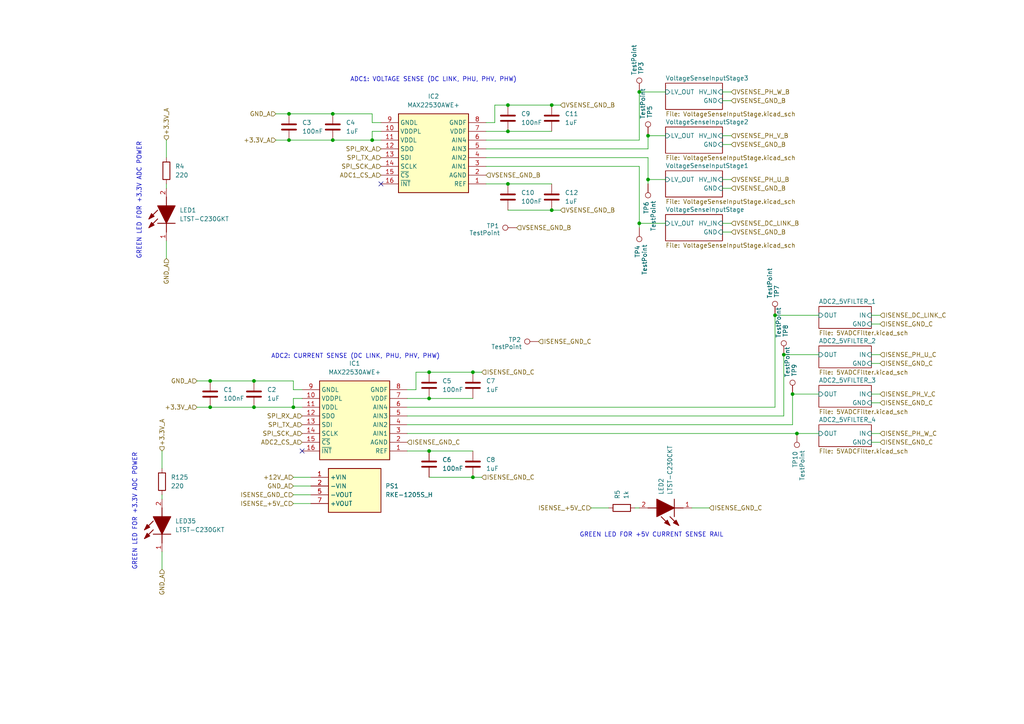
<source format=kicad_sch>
(kicad_sch (version 20250114) (generator "eeschema") (generator_version "9.0")
  (paper "A4")
  (lib_symbols
    (symbol "Connector:TestPoint" (pin_numbers (hide yes)) (pin_names (offset 0.762) (hide yes))
      (property "Reference" "TP" (at 0 6.858 0))
      (property "Value" "TestPoint" (at 0 5.08 0))
      (symbol "TestPoint_0_1"
        (circle (center 0 3.302) (radius 0.762))
      )
      (symbol "TestPoint_1_1"
        (pin passive line (at 0 0 90) (length 2.54) (name "1") (number "1"))
      )
    )
    (symbol "Device:C" (pin_numbers (hide yes)) (pin_names (offset 0.254))
      (property "Reference" "C" (at 0.635 2.54 0))
      (property "Value" "C" (at 0.635 -2.54 0))
      (symbol "C_0_1"
        (polyline (pts (xy -2.032 0.762) (xy 2.032 0.762)) (stroke (width 0.508)))
        (polyline (pts (xy -2.032 -0.762) (xy 2.032 -0.762)) (stroke (width 0.508)))
      )
      (symbol "C_1_1"
        (pin passive line (at 0 3.81 270) (length 2.794) (name "~") (number "1"))
        (pin passive line (at 0 -3.81 90) (length 2.794) (name "~") (number "2"))
      )
    )
    (symbol "Device:R" (pin_numbers (hide yes)) (pin_names (offset 0))
      (property "Reference" "R" (at 2.032 0 90))
      (property "Value" "R" (at 0 0 90))
      (symbol "R_0_1"
        (rectangle (start -1.016 -2.54) (end 1.016 2.54) (stroke (width 0.254)))
      )
      (symbol "R_1_1"
        (pin passive line (at 0 3.81 270) (length 1.27) (name "~") (number "1"))
        (pin passive line (at 0 -3.81 90) (length 1.27) (name "~") (number "2"))
      )
    )
    (symbol "InverterCom:LTST-C230CKT" (pin_names (hide yes))
      (property "Reference" "LED" (at 12.7 8.89 0))
      (property "Value" "LTST-C230CKT" (at 12.7 6.35 0))
      (symbol "LTST-C230CKT_1_1"
        (polyline (pts (xy 2.54 0) (xy 5.08 0)) (stroke (width 0.254)))
        (polyline (pts (xy 5.08 2.54) (xy 5.08 -2.54)) (stroke (width 0.254)))
        (polyline (pts (xy 5.08 0) (xy 10.16 2.54) (xy 10.16 -2.54) (xy 5.08 0)) (stroke (width 0.254)) (fill (type outline)))
        (polyline (pts (xy 5.334 4.318) (xy 4.572 3.556) (xy 3.81 5.08) (xy 5.334 4.318)) (stroke (width 0.254)) (fill (type outline)))
        (polyline (pts (xy 6.35 2.54) (xy 3.81 5.08)) (stroke (width 0.254)))
        (polyline (pts (xy 7.874 4.318) (xy 7.112 3.556) (xy 6.35 5.08) (xy 7.874 4.318)) (stroke (width 0.254)) (fill (type outline)))
        (polyline (pts (xy 8.89 2.54) (xy 6.35 5.08)) (stroke (width 0.254)))
        (polyline (pts (xy 10.16 0) (xy 12.7 0)) (stroke (width 0.254)))
        (pin passive line (at 0 0 0) (length 2.54) (name "K") (number "1"))
        (pin passive line (at 15.24 0 180) (length 2.54) (name "A") (number "2"))
      )
    )
    (symbol "InverterCom:LTST-C230GKT" (pin_names (hide yes))
      (property "Reference" "LED" (at 12.7 8.89 0))
      (property "Value" "LTST-C230GKT" (at 12.7 6.35 0))
      (symbol "LTST-C230GKT_1_1"
        (polyline (pts (xy 2.54 0) (xy 5.08 0)) (stroke (width 0.254)))
        (polyline (pts (xy 5.08 2.54) (xy 5.08 -2.54)) (stroke (width 0.254)))
        (polyline (pts (xy 5.08 0) (xy 10.16 2.54) (xy 10.16 -2.54) (xy 5.08 0)) (stroke (width 0.254)) (fill (type outline)))
        (polyline (pts (xy 5.334 4.318) (xy 4.572 3.556) (xy 3.81 5.08) (xy 5.334 4.318)) (stroke (width 0.254)) (fill (type outline)))
        (polyline (pts (xy 6.35 2.54) (xy 3.81 5.08)) (stroke (width 0.254)))
        (polyline (pts (xy 7.874 4.318) (xy 7.112 3.556) (xy 6.35 5.08) (xy 7.874 4.318)) (stroke (width 0.254)) (fill (type outline)))
        (polyline (pts (xy 8.89 2.54) (xy 6.35 5.08)) (stroke (width 0.254)))
        (polyline (pts (xy 10.16 0) (xy 12.7 0)) (stroke (width 0.254)))
        (pin passive line (at 0 0 0) (length 2.54) (name "K") (number "1"))
        (pin passive line (at 15.24 0 180) (length 2.54) (name "A") (number "2"))
      )
    )
    (symbol "InverterCom:MAX22530AWE+"
      (property "Reference" "IC" (at 26.67 7.62 0))
      (property "Value" "MAX22530AWE+" (at 26.67 5.08 0))
      (symbol "MAX22530AWE+_1_1"
        (rectangle (start 5.08 2.54) (end 25.4 -20.32) (stroke (width 0.254)) (fill (type background)))
        (pin passive line (at 0 0 0) (length 5.08) (name "REF") (number "1"))
        (pin passive line (at 0 -2.54 0) (length 5.08) (name "AGND") (number "2"))
        (pin passive line (at 0 -5.08 0) (length 5.08) (name "AIN1") (number "3"))
        (pin passive line (at 0 -7.62 0) (length 5.08) (name "AIN2") (number "4"))
        (pin passive line (at 0 -10.16 0) (length 5.08) (name "AIN3") (number "5"))
        (pin passive line (at 0 -12.7 0) (length 5.08) (name "AIN4") (number "6"))
        (pin passive line (at 0 -15.24 0) (length 5.08) (name "VDDF") (number "7"))
        (pin passive line (at 0 -17.78 0) (length 5.08) (name "GNDF") (number "8"))
        (pin passive line (at 30.48 0 180) (length 5.08) (name "~{INT}") (number "16"))
        (pin passive line (at 30.48 -2.54 180) (length 5.08) (name "~{CS}") (number "15"))
        (pin passive line (at 30.48 -5.08 180) (length 5.08) (name "SCLK") (number "14"))
        (pin passive line (at 30.48 -7.62 180) (length 5.08) (name "SDI") (number "13"))
        (pin passive line (at 30.48 -10.16 180) (length 5.08) (name "SDO") (number "12"))
        (pin passive line (at 30.48 -12.7 180) (length 5.08) (name "VDDL") (number "11"))
        (pin passive line (at 30.48 -15.24 180) (length 5.08) (name "VDDPL") (number "10"))
        (pin passive line (at 30.48 -17.78 180) (length 5.08) (name "GNDL") (number "9"))
      )
    )
    (symbol "InverterCom:RKE-1205S_H"
      (property "Reference" "PS" (at 21.59 7.62 0))
      (property "Value" "RKE-1205S_H" (at 21.59 5.08 0))
      (symbol "RKE-1205S_H_1_1"
        (rectangle (start 5.08 2.54) (end 20.32 -10.16) (stroke (width 0.254)) (fill (type background)))
        (pin passive line (at 0 0 0) (length 5.08) (name "+VIN") (number "1"))
        (pin passive line (at 0 -2.54 0) (length 5.08) (name "-VIN") (number "2"))
        (pin passive line (at 0 -5.08 0) (length 5.08) (name "-VOUT") (number "5"))
        (pin passive line (at 0 -7.62 0) (length 5.08) (name "+VOUT") (number "7"))
      )
    )
  )
  (text "ADC1: VOLTAGE SENSE (DC LINK, PHU, PHV, PHW)" (at 125.73 23.114 0) (effects (font (size 1.27 1.27))))
  (text "GREEN LED FOR +5V CURRENT SENSE RAIL" (at 188.976 155.194 0) (effects (font (size 1.27 1.27))))
  (text "GREEN LED FOR +3.3V ADC POWER" (at 40.386 58.166 90) (effects (font (size 1.27 1.27))))
  (text "GREEN LED FOR +3.3V ADC POWER" (at 39.116 148.336 90) (effects (font (size 1.27 1.27))))
  (text "ADC2: CURRENT SENSE (DC LINK, PHU, PHV, PHW)" (at 103.124 103.378 0) (effects (font (size 1.27 1.27))))
  (junction (at 96.52 33.02))
  (junction (at 137.16 107.95))
  (junction (at 124.46 107.95))
  (junction (at 73.66 118.11))
  (junction (at 147.32 53.34))
  (junction (at 60.96 118.11))
  (junction (at 137.16 138.43))
  (junction (at 107.95 40.64))
  (junction (at 187.96 52.07))
  (junction (at 160.02 30.48))
  (junction (at 85.09 118.11))
  (junction (at 147.32 30.48))
  (junction (at 124.46 130.81))
  (junction (at 227.33 102.87))
  (junction (at 160.02 60.96))
  (junction (at 60.96 110.49))
  (junction (at 224.79 91.44))
  (junction (at 73.66 110.49))
  (junction (at 185.42 26.67))
  (junction (at 124.46 115.57))
  (junction (at 229.87 114.3))
  (junction (at 231.14 125.73))
  (junction (at 96.52 40.64))
  (junction (at 83.82 33.02))
  (junction (at 147.32 38.1))
  (junction (at 185.42 64.77))
  (junction (at 187.96 39.37))
  (junction (at 83.82 40.64))
  (no_connect (at 110.49 53.34))
  (no_connect (at 87.63 130.81))
  (wire (pts (xy 85.09 118.11) (xy 87.63 118.11)))
  (wire (pts (xy 85.09 140.97) (xy 90.17 140.97)))
  (wire (pts (xy 85.09 138.43) (xy 90.17 138.43)))
  (wire (pts (xy 85.09 110.49) (xy 85.09 113.03)))
  (wire (pts (xy 185.42 40.64) (xy 140.97 40.64)))
  (wire (pts (xy 143.51 30.48) (xy 147.32 30.48)))
  (wire (pts (xy 187.96 45.72) (xy 187.96 52.07)))
  (wire (pts (xy 193.04 52.07) (xy 187.96 52.07)))
  (wire (pts (xy 185.42 66.04) (xy 185.42 64.77)))
  (wire (pts (xy 73.66 118.11) (xy 85.09 118.11)))
  (wire (pts (xy 57.15 118.11) (xy 60.96 118.11)))
  (wire (pts (xy 96.52 33.02) (xy 107.95 33.02)))
  (wire (pts (xy 46.99 160.02) (xy 46.99 165.1)))
  (wire (pts (xy 184.15 147.32) (xy 185.42 147.32)))
  (wire (pts (xy 171.45 147.32) (xy 176.53 147.32)))
  (wire (pts (xy 252.73 128.27) (xy 255.27 128.27)))
  (wire (pts (xy 60.96 110.49) (xy 73.66 110.49)))
  (wire (pts (xy 85.09 146.05) (xy 90.17 146.05)))
  (wire (pts (xy 120.65 107.95) (xy 124.46 107.95)))
  (wire (pts (xy 124.46 130.81) (xy 137.16 130.81)))
  (wire (pts (xy 118.11 115.57) (xy 124.46 115.57)))
  (wire (pts (xy 212.09 26.67) (xy 209.55 26.67)))
  (wire (pts (xy 252.73 102.87) (xy 255.27 102.87)))
  (wire (pts (xy 96.52 40.64) (xy 107.95 40.64)))
  (wire (pts (xy 237.49 114.3) (xy 229.87 114.3)))
  (wire (pts (xy 252.73 105.41) (xy 255.27 105.41)))
  (wire (pts (xy 107.95 33.02) (xy 107.95 35.56)))
  (wire (pts (xy 185.42 64.77) (xy 185.42 48.26)))
  (wire (pts (xy 147.32 53.34) (xy 160.02 53.34)))
  (wire (pts (xy 120.65 113.03) (xy 120.65 107.95)))
  (wire (pts (xy 185.42 26.67) (xy 193.04 26.67)))
  (wire (pts (xy 224.79 118.11) (xy 224.79 91.44)))
  (wire (pts (xy 252.73 91.44) (xy 255.27 91.44)))
  (wire (pts (xy 212.09 29.21) (xy 209.55 29.21)))
  (wire (pts (xy 85.09 115.57) (xy 85.09 118.11)))
  (wire (pts (xy 212.09 39.37) (xy 209.55 39.37)))
  (wire (pts (xy 185.42 64.77) (xy 193.04 64.77)))
  (wire (pts (xy 80.01 33.02) (xy 83.82 33.02)))
  (wire (pts (xy 147.32 38.1) (xy 160.02 38.1)))
  (wire (pts (xy 137.16 107.95) (xy 139.7 107.95)))
  (wire (pts (xy 224.79 91.44) (xy 237.49 91.44)))
  (wire (pts (xy 187.96 39.37) (xy 193.04 39.37)))
  (wire (pts (xy 147.32 30.48) (xy 160.02 30.48)))
  (wire (pts (xy 187.96 43.18) (xy 140.97 43.18)))
  (wire (pts (xy 107.95 40.64) (xy 110.49 40.64)))
  (wire (pts (xy 187.96 52.07) (xy 187.96 53.34)))
  (wire (pts (xy 57.15 110.49) (xy 60.96 110.49)))
  (wire (pts (xy 200.66 147.32) (xy 205.74 147.32)))
  (wire (pts (xy 124.46 107.95) (xy 137.16 107.95)))
  (wire (pts (xy 140.97 45.72) (xy 187.96 45.72)))
  (wire (pts (xy 187.96 39.37) (xy 187.96 43.18)))
  (wire (pts (xy 118.11 130.81) (xy 124.46 130.81)))
  (wire (pts (xy 231.14 125.73) (xy 237.49 125.73)))
  (wire (pts (xy 85.09 143.51) (xy 90.17 143.51)))
  (wire (pts (xy 212.09 41.91) (xy 209.55 41.91)))
  (wire (pts (xy 140.97 53.34) (xy 147.32 53.34)))
  (wire (pts (xy 185.42 48.26) (xy 140.97 48.26)))
  (wire (pts (xy 46.99 130.81) (xy 46.99 135.89)))
  (wire (pts (xy 87.63 115.57) (xy 85.09 115.57)))
  (wire (pts (xy 212.09 64.77) (xy 209.55 64.77)))
  (wire (pts (xy 80.01 40.64) (xy 83.82 40.64)))
  (wire (pts (xy 140.97 35.56) (xy 143.51 35.56)))
  (wire (pts (xy 212.09 67.31) (xy 209.55 67.31)))
  (wire (pts (xy 73.66 110.49) (xy 85.09 110.49)))
  (wire (pts (xy 160.02 30.48) (xy 162.56 30.48)))
  (wire (pts (xy 212.09 54.61) (xy 209.55 54.61)))
  (wire (pts (xy 118.11 118.11) (xy 224.79 118.11)))
  (wire (pts (xy 143.51 35.56) (xy 143.51 30.48)))
  (wire (pts (xy 118.11 120.65) (xy 227.33 120.65)))
  (wire (pts (xy 227.33 120.65) (xy 227.33 102.87)))
  (wire (pts (xy 140.97 38.1) (xy 147.32 38.1)))
  (wire (pts (xy 107.95 35.56) (xy 110.49 35.56)))
  (wire (pts (xy 118.11 125.73) (xy 231.14 125.73)))
  (wire (pts (xy 252.73 114.3) (xy 255.27 114.3)))
  (wire (pts (xy 118.11 123.19) (xy 229.87 123.19)))
  (wire (pts (xy 83.82 40.64) (xy 96.52 40.64)))
  (wire (pts (xy 147.32 60.96) (xy 160.02 60.96)))
  (wire (pts (xy 46.99 143.51) (xy 46.99 144.78)))
  (wire (pts (xy 107.95 38.1) (xy 110.49 38.1)))
  (wire (pts (xy 160.02 60.96) (xy 162.56 60.96)))
  (wire (pts (xy 107.95 38.1) (xy 107.95 40.64)))
  (wire (pts (xy 83.82 33.02) (xy 96.52 33.02)))
  (wire (pts (xy 48.26 40.64) (xy 48.26 45.72)))
  (wire (pts (xy 60.96 118.11) (xy 73.66 118.11)))
  (wire (pts (xy 118.11 113.03) (xy 120.65 113.03)))
  (wire (pts (xy 252.73 93.98) (xy 255.27 93.98)))
  (wire (pts (xy 212.09 52.07) (xy 209.55 52.07)))
  (wire (pts (xy 124.46 138.43) (xy 137.16 138.43)))
  (wire (pts (xy 185.42 26.67) (xy 185.42 40.64)))
  (wire (pts (xy 252.73 116.84) (xy 255.27 116.84)))
  (wire (pts (xy 48.26 69.85) (xy 48.26 74.93)))
  (wire (pts (xy 229.87 114.3) (xy 229.87 123.19)))
  (wire (pts (xy 85.09 113.03) (xy 87.63 113.03)))
  (wire (pts (xy 137.16 138.43) (xy 139.7 138.43)))
  (wire (pts (xy 227.33 102.87) (xy 237.49 102.87)))
  (wire (pts (xy 124.46 115.57) (xy 137.16 115.57)))
  (wire (pts (xy 252.73 125.73) (xy 255.27 125.73)))
  (wire (pts (xy 48.26 53.34) (xy 48.26 54.61)))
  (hierarchical_label "+3.3V_A" (shape input) (at 57.15 118.11 180))
  (hierarchical_label "ISENSE_GND_C" (shape input) (at 255.27 105.41 0))
  (hierarchical_label "SPI_TX_A" (shape input) (at 110.49 45.72 180))
  (hierarchical_label "ISENSE_GND_C" (shape input) (at 156.21 99.06 0))
  (hierarchical_label "VSENSE_GND_B" (shape input) (at 212.09 54.61 0))
  (hierarchical_label "+3.3V_A" (shape input) (at 48.26 40.64 90))
  (hierarchical_label "ISENSE_PH_V_C" (shape input) (at 255.27 114.3 0))
  (hierarchical_label "ISENSE_PH_U_C" (shape input) (at 255.27 102.87 0))
  (hierarchical_label "SPI_SCK_A" (shape input) (at 110.49 48.26 180))
  (hierarchical_label "SPI_TX_A" (shape input) (at 87.63 123.19 180))
  (hierarchical_label "ISENSE_GND_C" (shape input) (at 255.27 116.84 0))
  (hierarchical_label "SPI_SCK_A" (shape input) (at 87.63 125.73 180))
  (hierarchical_label "GND_A" (shape input) (at 48.26 74.93 270))
  (hierarchical_label "VSENSE_PH_U_B" (shape input) (at 212.09 52.07 0))
  (hierarchical_label "VSENSE_DC_LINK_B" (shape input) (at 212.09 64.77 0))
  (hierarchical_label "ISENSE_+5V_C" (shape input) (at 171.45 147.32 180))
  (hierarchical_label "SPI_RX_A" (shape input) (at 87.63 120.65 180))
  (hierarchical_label "ISENSE_DC_LINK_C" (shape input) (at 255.27 91.44 0))
  (hierarchical_label "ISENSE_GND_C" (shape input) (at 118.11 128.27 0))
  (hierarchical_label "VSENSE_GND_B" (shape input) (at 212.09 29.21 0))
  (hierarchical_label "VSENSE_GND_B" (shape input) (at 162.56 60.96 0))
  (hierarchical_label "VSENSE_GND_B" (shape input) (at 140.97 50.8 0))
  (hierarchical_label "GND_A" (shape input) (at 57.15 110.49 180))
  (hierarchical_label "SPI_RX_A" (shape input) (at 110.49 43.18 180))
  (hierarchical_label "ISENSE_+5V_C" (shape input) (at 85.09 146.05 180))
  (hierarchical_label "ADC1_CS_A" (shape input) (at 110.49 50.8 180))
  (hierarchical_label "VSENSE_GND_B" (shape input) (at 162.56 30.48 0))
  (hierarchical_label "ISENSE_GND_C" (shape input) (at 255.27 93.98 0))
  (hierarchical_label "ISENSE_GND_C" (shape input) (at 205.74 147.32 0))
  (hierarchical_label "VSENSE_GND_B" (shape input) (at 212.09 67.31 0))
  (hierarchical_label "GND_A" (shape input) (at 80.01 33.02 180))
  (hierarchical_label "ISENSE_GND_C" (shape input) (at 85.09 143.51 180))
  (hierarchical_label "GND_A" (shape input) (at 46.99 165.1 270))
  (hierarchical_label "GND_A" (shape input) (at 85.09 140.97 180))
  (hierarchical_label "VSENSE_PH_V_B" (shape input) (at 212.09 39.37 0))
  (hierarchical_label "VSENSE_GND_B" (shape input) (at 212.09 41.91 0))
  (hierarchical_label "+3.3V_A" (shape input) (at 80.01 40.64 180))
  (hierarchical_label "+12V_A" (shape input) (at 85.09 138.43 180))
  (hierarchical_label "+3.3V_A" (shape input) (at 46.99 130.81 90))
  (hierarchical_label "ISENSE_PH_W_C" (shape input) (at 255.27 125.73 0))
  (hierarchical_label "ISENSE_GND_C" (shape input) (at 139.7 138.43 0))
  (hierarchical_label "ISENSE_GND_C" (shape input) (at 255.27 128.27 0))
  (hierarchical_label "ADC2_CS_A" (shape input) (at 87.63 128.27 180))
  (hierarchical_label "ISENSE_GND_C" (shape input) (at 139.7 107.95 0))
  (hierarchical_label "VSENSE_PH_W_B" (shape input) (at 212.09 26.67 0))
  (hierarchical_label "VSENSE_GND_B" (shape input) (at 149.86 66.04 0))
  (symbol (lib_id "Device:C") (at 160.02 34.29 0) (unit 1)
    (property "Reference" "C11" (at 163.83 33.0199 0) (effects (justify left)))
    (property "Value" "1uF" (at 163.83 35.5599 0) (effects (justify left)))
    (property "Footprint" "Capacitor_SMD:C_1210_3225Metric_Pad1.33x2.70mm_HandSolder" (effects (hide yes)))
    (property "Description" "Unpolarized capacitor" (effects (hide yes)))
  )
  (symbol (lib_id "Device:C") (at 73.66 114.3 0) (unit 1)
    (property "Reference" "C2" (at 77.47 113.0299 0) (effects (justify left)))
    (property "Value" "1uF" (at 77.47 115.5699 0) (effects (justify left)))
    (property "Footprint" "Capacitor_SMD:C_1210_3225Metric_Pad1.33x2.70mm_HandSolder" (effects (hide yes)))
    (property "Description" "Unpolarized capacitor" (effects (hide yes)))
  )
  (symbol (lib_id "Device:R") (at 46.99 139.7 180) (unit 1)
    (property "Reference" "R125" (at 49.53 138.4299 0) (effects (justify right)))
    (property "Value" "220" (at 49.53 140.9699 0) (effects (justify right)))
    (property "Footprint" "Resistor_SMD:R_1210_3225Metric_Pad1.30x2.65mm_HandSolder" (effects (hide yes)))
    (property "Description" "Resistor" (effects (hide yes)))
  )
  (symbol (lib_id "Device:R") (at 48.26 49.53 180) (unit 1)
    (property "Reference" "R4" (at 50.8 48.2599 0) (effects (justify right)))
    (property "Value" "220" (at 50.8 50.7999 0) (effects (justify right)))
    (property "Footprint" "Resistor_SMD:R_1210_3225Metric_Pad1.30x2.65mm_HandSolder" (effects (hide yes)))
    (property "Description" "Resistor" (effects (hide yes)))
  )
  (symbol (lib_id "Connector:TestPoint") (at 187.96 53.34 180) (unit 1)
    (property "Reference" "TP6" (at 187.452 58.42 90) (effects (justify left)))
    (property "Value" "TestPoint" (at 189.484 58.166 90) (effects (justify left)))
    (property "Footprint" "TestPoint:TestPoint_Loop_D2.54mm_Drill1.5mm_Beaded" (effects (hide yes)))
    (property "Description" "test point" (effects (hide yes)))
  )
  (symbol (lib_id "InverterCom:RKE-1205S_H") (at 90.17 138.43 0) (unit 1)
    (property "Reference" "PS1" (at 111.76 140.9699 0) (effects (justify left)))
    (property "Value" "RKE-1205S_H" (at 111.76 143.5099 0) (effects (justify left)))
    (property "Footprint" "InverterCom:RKE1205SH" (effects (hide yes)))
    (property "Datasheet" "https://www.recom-power.com/pdf/Econoline/RKE.pdf" (effects (hide yes)))
    (property "Description" "Recom Through Hole 1W Isolated DC-DC Converter, Vin Maximum of 12 V dc, I/O isolation 4kV dc, Vout 5V dc" (effects (hide yes)))
    (property "Height" "10.7" (effects (hide yes)))
    (property "Mouser Part Number" "919-RKE-1205S/H" (effects (hide yes)))
    (property "Mouser Price/Stock" "https://www.mouser.co.uk/ProductDetail/RECOM-Power/RKE-1205S-H?qs=IFMNCcK%2FBZwj8OgeraTUUA%3D%3D" (effects (hide yes)))
    (property "Manufacturer_Name" "RECOM Power" (effects (hide yes)))
    (property "Manufacturer_Part_Number" "RKE-1205S/H" (effects (hide yes)))
  )
  (symbol (lib_id "Device:C") (at 137.16 134.62 0) (unit 1)
    (property "Reference" "C8" (at 140.97 133.3499 0) (effects (justify left)))
    (property "Value" "1uF" (at 140.97 135.8899 0) (effects (justify left)))
    (property "Footprint" "Capacitor_SMD:C_1210_3225Metric_Pad1.33x2.70mm_HandSolder" (effects (hide yes)))
    (property "Description" "Unpolarized capacitor" (effects (hide yes)))
  )
  (symbol (lib_id "InverterCom:LTST-C230CKT") (at 200.66 147.32 180) (unit 1)
    (property "Reference" "LED2" (at 191.7699 143.51 90) (effects (justify right)))
    (property "Value" "LTST-C230CKT" (at 194.3099 143.51 90) (effects (justify right)))
    (property "Footprint" "InverterCom:LEDC3216X120N" (effects (hide yes)))
    (property "Description" "Standard LEDs - SMD Red Clear 638nm" (effects (hide yes)))
    (property "Height" "1.2" (effects (hide yes)))
    (property "Mouser Part Number" "859-LTST-C230CKT" (effects (hide yes)))
    (property "Mouser Price/Stock" "https://www.mouser.co.uk/ProductDetail/Lite-On/LTST-C230CKT?qs=Ajas4iFhtucdJAOTHdHdqw%3D%3D" (effects (hide yes)))
    (property "Manufacturer_Name" "Lite-On" (effects (hide yes)))
    (property "Manufacturer_Part_Number" "LTST-C230CKT" (effects (hide yes)))
  )
  (symbol (lib_id "Device:C") (at 147.32 57.15 0) (unit 1)
    (property "Reference" "C10" (at 151.13 55.8799 0) (effects (justify left)))
    (property "Value" "100nF" (at 151.13 58.42 0) (effects (justify left)))
    (property "Footprint" "Capacitor_SMD:C_1210_3225Metric_Pad1.33x2.70mm_HandSolder" (effects (hide yes)))
    (property "Description" "Unpolarized capacitor" (effects (hide yes)))
  )
  (symbol (lib_id "InverterCom:LTST-C230GKT") (at 48.26 69.85 90) (unit 1)
    (property "Reference" "LED1" (at 52.07 60.9599 90) (effects (justify right)))
    (property "Value" "LTST-C230GKT" (at 52.07 63.4999 90) (effects (justify right)))
    (property "Footprint" "InverterCom:LEDC3216X120N" (effects (hide yes)))
    (property "Description" "Lite-On LTST-C230GKT Green LED, 569 nm, 3016 (1206), Rectangle Lens SMD Package" (effects (hide yes)))
    (property "Height" "1.2" (effects (hide yes)))
    (property "Mouser Part Number" "859-LTST-C230GKT" (effects (hide yes)))
    (property "Mouser Price/Stock" "https://www.mouser.co.uk/ProductDetail/Lite-On/LTST-C230GKT?qs=7ZnIBiPc9DrbEstVFO1DAg%3D%3D" (effects (hide yes)))
    (property "Manufacturer_Name" "Lite-On" (effects (hide yes)))
    (property "Manufacturer_Part_Number" "LTST-C230GKT" (effects (hide yes)))
  )
  (symbol (lib_id "Connector:TestPoint") (at 224.79 91.44 0) (unit 1)
    (property "Reference" "TP7" (at 225.298 86.36 90) (effects (justify left)))
    (property "Value" "TestPoint" (at 223.266 86.614 90) (effects (justify left)))
    (property "Footprint" "TestPoint:TestPoint_Loop_D2.54mm_Drill1.5mm_Beaded" (effects (hide yes)))
    (property "Description" "test point" (effects (hide yes)))
  )
  (symbol (lib_id "Device:C") (at 124.46 134.62 0) (unit 1)
    (property "Reference" "C6" (at 128.27 133.3499 0) (effects (justify left)))
    (property "Value" "100nF" (at 128.27 135.89 0) (effects (justify left)))
    (property "Footprint" "Capacitor_SMD:C_1210_3225Metric_Pad1.33x2.70mm_HandSolder" (effects (hide yes)))
    (property "Description" "Unpolarized capacitor" (effects (hide yes)))
  )
  (symbol (lib_id "Connector:TestPoint") (at 187.96 39.37 0) (unit 1)
    (property "Reference" "TP5" (at 188.468 34.29 90) (effects (justify left)))
    (property "Value" "TestPoint" (at 186.436 34.544 90) (effects (justify left)))
    (property "Footprint" "TestPoint:TestPoint_Loop_D2.54mm_Drill1.5mm_Beaded" (effects (hide yes)))
    (property "Description" "test point" (effects (hide yes)))
  )
  (symbol (lib_id "Connector:TestPoint") (at 149.86 66.04 90) (unit 1)
    (property "Reference" "TP1" (at 144.78 65.532 90) (effects (justify left)))
    (property "Value" "TestPoint" (at 145.034 67.564 90) (effects (justify left)))
    (property "Footprint" "TestPoint:TestPoint_Loop_D2.54mm_Drill1.5mm_Beaded" (effects (hide yes)))
    (property "Description" "test point" (effects (hide yes)))
  )
  (symbol (lib_id "Connector:TestPoint") (at 156.21 99.06 90) (unit 1)
    (property "Reference" "TP2" (at 151.13 98.552 90) (effects (justify left)))
    (property "Value" "TestPoint" (at 151.384 100.584 90) (effects (justify left)))
    (property "Footprint" "TestPoint:TestPoint_Loop_D2.54mm_Drill1.5mm_Beaded" (effects (hide yes)))
    (property "Description" "test point" (effects (hide yes)))
  )
  (symbol (lib_id "Device:C") (at 96.52 36.83 0) (unit 1)
    (property "Reference" "C4" (at 100.33 35.5599 0) (effects (justify left)))
    (property "Value" "1uF" (at 100.33 38.0999 0) (effects (justify left)))
    (property "Footprint" "Capacitor_SMD:C_1210_3225Metric_Pad1.33x2.70mm_HandSolder" (effects (hide yes)))
    (property "Description" "Unpolarized capacitor" (effects (hide yes)))
  )
  (symbol (lib_id "Connector:TestPoint") (at 227.33 102.87 0) (unit 1)
    (property "Reference" "TP8" (at 227.838 97.79 90) (effects (justify left)))
    (property "Value" "TestPoint" (at 225.806 98.044 90) (effects (justify left)))
    (property "Footprint" "TestPoint:TestPoint_Loop_D2.54mm_Drill1.5mm_Beaded" (effects (hide yes)))
    (property "Description" "test point" (effects (hide yes)))
  )
  (symbol (lib_id "Device:C") (at 124.46 111.76 0) (unit 1)
    (property "Reference" "C5" (at 128.27 110.4899 0) (effects (justify left)))
    (property "Value" "100nF" (at 128.27 113.03 0) (effects (justify left)))
    (property "Footprint" "Capacitor_SMD:C_1210_3225Metric_Pad1.33x2.70mm_HandSolder" (effects (hide yes)))
    (property "Description" "Unpolarized capacitor" (effects (hide yes)))
  )
  (symbol (lib_id "Connector:TestPoint") (at 185.42 26.67 0) (unit 1)
    (property "Reference" "TP3" (at 185.928 21.59 90) (effects (justify left)))
    (property "Value" "TestPoint" (at 183.896 21.844 90) (effects (justify left)))
    (property "Footprint" "TestPoint:TestPoint_Loop_D2.54mm_Drill1.5mm_Beaded" (effects (hide yes)))
    (property "Description" "test point" (effects (hide yes)))
  )
  (symbol (lib_id "Device:C") (at 83.82 36.83 0) (unit 1)
    (property "Reference" "C3" (at 87.63 35.5599 0) (effects (justify left)))
    (property "Value" "100nF" (at 87.63 38.1 0) (effects (justify left)))
    (property "Footprint" "Capacitor_SMD:C_1210_3225Metric_Pad1.33x2.70mm_HandSolder" (effects (hide yes)))
    (property "Description" "Unpolarized capacitor" (effects (hide yes)))
  )
  (symbol (lib_id "Connector:TestPoint") (at 231.14 125.73 180) (unit 1)
    (property "Reference" "TP10" (at 230.632 130.81 90) (effects (justify left)))
    (property "Value" "TestPoint" (at 232.664 130.556 90) (effects (justify left)))
    (property "Footprint" "TestPoint:TestPoint_Loop_D2.54mm_Drill1.5mm_Beaded" (effects (hide yes)))
    (property "Description" "test point" (effects (hide yes)))
  )
  (symbol (lib_id "InverterCom:MAX22530AWE+") (at 140.97 53.34 180) (unit 1)
    (property "Reference" "IC2" (at 125.73 27.94 0))
    (property "Value" "MAX22530AWE+" (at 125.73 30.48 0))
    (property "Footprint" "InverterCom:SOIC127P1032X265-16N" (effects (hide yes)))
    (property "Datasheet" "https://www.analog.com/MAX22530/datasheet" (effects (hide yes)))
    (property "Description" "Field-Side Self-Powered, 4-Channel, 12-bit, Isolated ADC" (effects (hide yes)))
    (property "Height" "2.65" (effects (hide yes)))
    (property "Mouser Part Number" "700-MAX22530AWE+" (effects (hide yes)))
    (property "Mouser Price/Stock" "https://www.mouser.co.uk/ProductDetail/Analog-Devices-Maxim-Integrated/MAX22530AWE%2b?qs=DRkmTr78QASxug5yEXUKBg%3D%3D" (effects (hide yes)))
    (property "Manufacturer_Name" "Analog Devices" (effects (hide yes)))
    (property "Manufacturer_Part_Number" "MAX22530AWE+" (effects (hide yes)))
  )
  (symbol (lib_id "Connector:TestPoint") (at 229.87 114.3 0) (unit 1)
    (property "Reference" "TP9" (at 230.378 109.22 90) (effects (justify left)))
    (property "Value" "TestPoint" (at 228.346 109.474 90) (effects (justify left)))
    (property "Footprint" "TestPoint:TestPoint_Loop_D2.54mm_Drill1.5mm_Beaded" (effects (hide yes)))
    (property "Description" "test point" (effects (hide yes)))
  )
  (symbol (lib_id "Device:C") (at 137.16 111.76 0) (unit 1)
    (property "Reference" "C7" (at 140.97 110.4899 0) (effects (justify left)))
    (property "Value" "1uF" (at 140.97 113.0299 0) (effects (justify left)))
    (property "Footprint" "Capacitor_SMD:C_1210_3225Metric_Pad1.33x2.70mm_HandSolder" (effects (hide yes)))
    (property "Description" "Unpolarized capacitor" (effects (hide yes)))
  )
  (symbol (lib_id "Device:C") (at 160.02 57.15 0) (unit 1)
    (property "Reference" "C12" (at 163.83 55.8799 0) (effects (justify left)))
    (property "Value" "1uF" (at 163.83 58.4199 0) (effects (justify left)))
    (property "Footprint" "Capacitor_SMD:C_1210_3225Metric_Pad1.33x2.70mm_HandSolder" (effects (hide yes)))
    (property "Description" "Unpolarized capacitor" (effects (hide yes)))
  )
  (symbol (lib_id "Device:C") (at 147.32 34.29 0) (unit 1)
    (property "Reference" "C9" (at 151.13 33.0199 0) (effects (justify left)))
    (property "Value" "100nF" (at 151.13 35.56 0) (effects (justify left)))
    (property "Footprint" "Capacitor_SMD:C_1210_3225Metric_Pad1.33x2.70mm_HandSolder" (effects (hide yes)))
    (property "Description" "Unpolarized capacitor" (effects (hide yes)))
  )
  (symbol (lib_id "Device:C") (at 60.96 114.3 0) (unit 1)
    (property "Reference" "C1" (at 64.77 113.0299 0) (effects (justify left)))
    (property "Value" "100nF" (at 64.77 115.57 0) (effects (justify left)))
    (property "Footprint" "Capacitor_SMD:C_1210_3225Metric_Pad1.33x2.70mm_HandSolder" (effects (hide yes)))
    (property "Description" "Unpolarized capacitor" (effects (hide yes)))
  )
  (symbol (lib_id "Device:R") (at 180.34 147.32 270) (unit 1)
    (property "Reference" "R5" (at 179.0699 144.78 0) (effects (justify right)))
    (property "Value" "1k" (at 181.6099 144.78 0) (effects (justify right)))
    (property "Footprint" "Resistor_SMD:R_1210_3225Metric_Pad1.30x2.65mm_HandSolder" (effects (hide yes)))
    (property "Description" "Resistor" (effects (hide yes)))
  )
  (symbol (lib_id "Connector:TestPoint") (at 185.42 66.04 180) (unit 1)
    (property "Reference" "TP4" (at 184.912 71.12 90) (effects (justify left)))
    (property "Value" "TestPoint" (at 186.944 70.866 90) (effects (justify left)))
    (property "Footprint" "TestPoint:TestPoint_Loop_D2.54mm_Drill1.5mm_Beaded" (effects (hide yes)))
    (property "Description" "test point" (effects (hide yes)))
  )
  (symbol (lib_id "InverterCom:MAX22530AWE+") (at 118.11 130.81 180) (unit 1)
    (property "Reference" "IC1" (at 102.87 105.41 0))
    (property "Value" "MAX22530AWE+" (at 102.87 107.95 0))
    (property "Footprint" "InverterCom:SOIC127P1032X265-16N" (effects (hide yes)))
    (property "Datasheet" "https://www.analog.com/MAX22530/datasheet" (effects (hide yes)))
    (property "Description" "Field-Side Self-Powered, 4-Channel, 12-bit, Isolated ADC" (effects (hide yes)))
    (property "Height" "2.65" (effects (hide yes)))
    (property "Mouser Part Number" "700-MAX22530AWE+" (effects (hide yes)))
    (property "Mouser Price/Stock" "https://www.mouser.co.uk/ProductDetail/Analog-Devices-Maxim-Integrated/MAX22530AWE%2b?qs=DRkmTr78QASxug5yEXUKBg%3D%3D" (effects (hide yes)))
    (property "Manufacturer_Name" "Analog Devices" (effects (hide yes)))
    (property "Manufacturer_Part_Number" "MAX22530AWE+" (effects (hide yes)))
  )
  (symbol (lib_id "InverterCom:LTST-C230GKT") (at 46.99 160.02 90) (unit 1)
    (property "Reference" "LED35" (at 50.8 151.1299 90) (effects (justify right)))
    (property "Value" "LTST-C230GKT" (at 50.8 153.6699 90) (effects (justify right)))
    (property "Footprint" "InverterCom:LEDC3216X120N" (effects (hide yes)))
    (property "Description" "Lite-On LTST-C230GKT Green LED, 569 nm, 3016 (1206), Rectangle Lens SMD Package" (effects (hide yes)))
    (property "Height" "1.2" (effects (hide yes)))
    (property "Mouser Part Number" "859-LTST-C230GKT" (effects (hide yes)))
    (property "Mouser Price/Stock" "https://www.mouser.co.uk/ProductDetail/Lite-On/LTST-C230GKT?qs=7ZnIBiPc9DrbEstVFO1DAg%3D%3D" (effects (hide yes)))
    (property "Manufacturer_Name" "Lite-On" (effects (hide yes)))
    (property "Manufacturer_Part_Number" "LTST-C230GKT" (effects (hide yes)))
  )
  (sheet (at 193.04 24.13) (size 16.51 7.62) (stroke (width 0.1524))
    (property "Sheetname" "VoltageSenseInputStage3" (at 193.04 23.4184 0) (effects (justify left bottom)))
    (property "Sheetfile" "VoltageSenseInputStage.kicad_sch" (at 193.04 32.3346 0) (effects (justify left top)))
    (pin "GND" input (at 209.55 29.21 0))
    (pin "HV_IN" input (at 209.55 26.67 0))
    (pin "LV_OUT" input (at 193.04 26.67 180))
  )
  (sheet (at 237.49 123.19) (size 15.24 6.35) (stroke (width 0.1524))
    (property "Sheetname" "ADC2_5VFILTER_4" (at 237.49 122.4784 0) (effects (justify left bottom)))
    (property "Sheetfile" "5VADCFilter.kicad_sch" (at 237.49 130.1246 0) (effects (justify left top)))
    (pin "GND" input (at 252.73 128.27 0))
    (pin "IN" input (at 252.73 125.73 0))
    (pin "OUT" input (at 237.49 125.73 180))
  )
  (sheet (at 237.49 88.9) (size 15.24 6.35) (stroke (width 0.1524))
    (property "Sheetname" "ADC2_5VFILTER_1" (at 237.49 88.1884 0) (effects (justify left bottom)))
    (property "Sheetfile" "5VADCFilter.kicad_sch" (at 237.49 95.8346 0) (effects (justify left top)))
    (pin "GND" input (at 252.73 93.98 0))
    (pin "IN" input (at 252.73 91.44 0))
    (pin "OUT" input (at 237.49 91.44 180))
  )
  (sheet (at 237.49 111.76) (size 15.24 6.35) (stroke (width 0.1524))
    (property "Sheetname" "ADC2_5VFILTER_3" (at 237.49 111.0484 0) (effects (justify left bottom)))
    (property "Sheetfile" "5VADCFilter.kicad_sch" (at 237.49 118.6946 0) (effects (justify left top)))
    (pin "GND" input (at 252.73 116.84 0))
    (pin "IN" input (at 252.73 114.3 0))
    (pin "OUT" input (at 237.49 114.3 180))
  )
  (sheet (at 237.49 100.33) (size 15.24 6.35) (stroke (width 0.1524))
    (property "Sheetname" "ADC2_5VFILTER_2" (at 237.49 99.6184 0) (effects (justify left bottom)))
    (property "Sheetfile" "5VADCFilter.kicad_sch" (at 237.49 107.2646 0) (effects (justify left top)))
    (pin "GND" input (at 252.73 105.41 0))
    (pin "IN" input (at 252.73 102.87 0))
    (pin "OUT" input (at 237.49 102.87 180))
  )
  (sheet (at 193.04 49.53) (size 16.51 7.62) (stroke (width 0.1524))
    (property "Sheetname" "VoltageSenseInputStage1" (at 193.04 48.8184 0) (effects (justify left bottom)))
    (property "Sheetfile" "VoltageSenseInputStage.kicad_sch" (at 193.04 57.7346 0) (effects (justify left top)))
    (pin "GND" input (at 209.55 54.61 0))
    (pin "HV_IN" input (at 209.55 52.07 0))
    (pin "LV_OUT" input (at 193.04 52.07 180))
  )
  (sheet (at 193.04 62.23) (size 16.51 7.62) (stroke (width 0.1524))
    (property "Sheetname" "VoltageSenseInputStage" (at 193.04 61.5184 0) (effects (justify left bottom)))
    (property "Sheetfile" "VoltageSenseInputStage.kicad_sch" (at 193.04 70.4346 0) (effects (justify left top)))
    (pin "GND" input (at 209.55 67.31 0))
    (pin "HV_IN" input (at 209.55 64.77 0))
    (pin "LV_OUT" input (at 193.04 64.77 180))
  )
  (sheet (at 193.04 36.83) (size 16.51 7.62) (stroke (width 0.1524))
    (property "Sheetname" "VoltageSenseInputStage2" (at 193.04 36.1184 0) (effects (justify left bottom)))
    (property "Sheetfile" "VoltageSenseInputStage.kicad_sch" (at 193.04 45.0346 0) (effects (justify left top)))
    (pin "GND" input (at 209.55 41.91 0))
    (pin "HV_IN" input (at 209.55 39.37 0))
    (pin "LV_OUT" input (at 193.04 39.37 180))
  )
)
</source>
